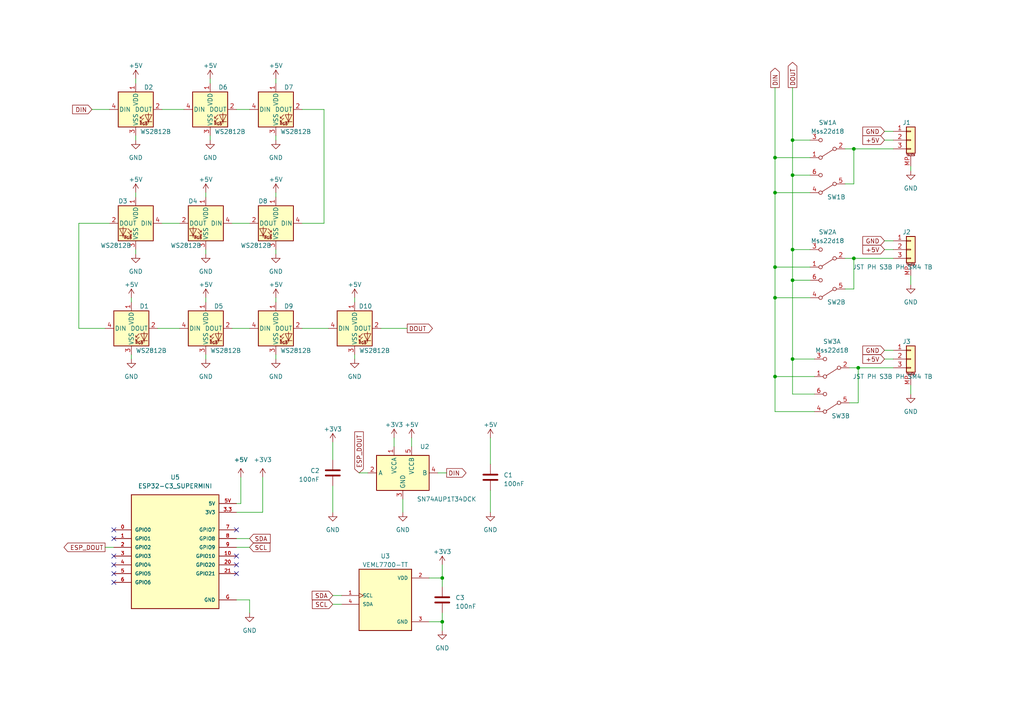
<source format=kicad_sch>
(kicad_sch (version 20230121) (generator eeschema)
  (paper "A4")
  (lib_symbols
    (symbol "Connector_Generic_MountingPin:Conn_01x03_MountingPin" (pin_names (offset 1.016) hide)
      (property "Reference" "J" (at 0 5.08 0))
      (property "Value" "Conn_01x03_MountingPin" (at 1.27 -5.08 0))
      (symbol "Conn_01x03_MountingPin_1_1"
        (rectangle (start -1.27 -2.413) (end 0 -2.667) (stroke (width 0.1524)))
        (rectangle (start -1.27 0.127) (end 0 -0.127) (stroke (width 0.1524)))
        (rectangle (start -1.27 2.667) (end 0 2.413) (stroke (width 0.1524)))
        (rectangle (start -1.27 3.81) (end 1.27 -3.81) (stroke (width 0.254)) (fill (type background)))
        (polyline (pts (xy -1.016 -4.572) (xy 1.016 -4.572)) (stroke (width 0.1524)))
        (text "Mounting" (at 0 -4.191 0) (effects (font (size 0.381 0.381))))
        (pin passive line (at -5.08 2.54 0) (length 3.81) (name "Pin_1") (number "1"))
        (pin passive line (at -5.08 0 0) (length 3.81) (name "Pin_2") (number "2"))
        (pin passive line (at -5.08 -2.54 0) (length 3.81) (name "Pin_3") (number "3"))
        (pin passive line (at 0 -7.62 90) (length 3.048) (name "MountPin") (number "MP"))
      )
    )
    (symbol "Device:C" (pin_numbers hide) (pin_names (offset 0.254))
      (property "Reference" "C" (at 0.635 2.54 0))
      (property "Value" "C" (at 0.635 -2.54 0))
      (symbol "C_0_1"
        (polyline (pts (xy -2.032 -0.762) (xy 2.032 -0.762)) (stroke (width 0.508)))
        (polyline (pts (xy -2.032 0.762) (xy 2.032 0.762)) (stroke (width 0.508)))
      )
      (symbol "C_1_1"
        (pin passive line (at 0 3.81 270) (length 2.794) (name "~") (number "1"))
        (pin passive line (at 0 -3.81 90) (length 2.794) (name "~") (number "2"))
      )
    )
    (symbol "ESP32-C3_SUPERMINI:ESP32-C3_SUPERMINI" (pin_names (offset 1.016))
      (property "Reference" "U" (at -12.7 16.002 0))
      (property "Value" "ESP32-C3_SUPERMINI" (at -12.7 -20.32 0))
      (symbol "ESP32-C3_SUPERMINI_0_0"
        (rectangle (start -12.7 -17.78) (end 12.7 15.24) (stroke (width 0.254)) (fill (type background)))
        (pin bidirectional line (at -17.78 5.08 0) (length 5.08) (name "GPIO0") (number "0"))
        (pin bidirectional line (at -17.78 2.54 0) (length 5.08) (name "GPIO1") (number "1"))
        (pin bidirectional line (at 17.78 -2.54 180) (length 5.08) (name "GPIO10") (number "10"))
        (pin bidirectional line (at -17.78 0 0) (length 5.08) (name "GPIO2") (number "2"))
        (pin bidirectional line (at 17.78 -5.08 180) (length 5.08) (name "GPIO20") (number "20"))
        (pin bidirectional line (at 17.78 -7.62 180) (length 5.08) (name "GPIO21") (number "21"))
        (pin bidirectional line (at -17.78 -2.54 0) (length 5.08) (name "GPIO3") (number "3"))
        (pin power_in line (at 17.78 10.16 180) (length 5.08) (name "3V3") (number "3.3"))
        (pin bidirectional line (at -17.78 -5.08 0) (length 5.08) (name "GPIO4") (number "4"))
        (pin bidirectional line (at -17.78 -7.62 0) (length 5.08) (name "GPIO5") (number "5"))
        (pin power_in line (at 17.78 12.7 180) (length 5.08) (name "5V") (number "5V"))
        (pin bidirectional line (at -17.78 -10.16 0) (length 5.08) (name "GPIO6") (number "6"))
        (pin bidirectional line (at 17.78 5.08 180) (length 5.08) (name "GPIO7") (number "7"))
        (pin bidirectional line (at 17.78 2.54 180) (length 5.08) (name "GPIO8") (number "8"))
        (pin bidirectional line (at 17.78 0 180) (length 5.08) (name "GPIO9") (number "9"))
        (pin power_in line (at 17.78 -15.24 180) (length 5.08) (name "GND") (number "G"))
      )
    )
    (symbol "LED:WS2812B" (pin_names (offset 0.254))
      (property "Reference" "D" (at 5.08 5.715 0))
      (property "Value" "WS2812B" (at 1.27 -5.715 0))
      (symbol "WS2812B_0_0"
        (text "RGB" (at 2.286 -4.191 0) (effects (font (size 0.762 0.762))))
      )
      (symbol "WS2812B_0_1"
        (polyline (pts (xy 1.27 -3.556) (xy 1.778 -3.556)))
        (polyline (pts (xy 1.27 -2.54) (xy 1.778 -2.54)))
        (polyline (pts (xy 4.699 -3.556) (xy 2.667 -3.556)))
        (polyline (pts (xy 2.286 -2.54) (xy 1.27 -3.556) (xy 1.27 -3.048)))
        (polyline (pts (xy 2.286 -1.524) (xy 1.27 -2.54) (xy 1.27 -2.032)))
        (polyline (pts (xy 3.683 -1.016) (xy 3.683 -3.556) (xy 3.683 -4.064)))
        (polyline (pts (xy 4.699 -1.524) (xy 2.667 -1.524) (xy 3.683 -3.556) (xy 4.699 -1.524)))
        (rectangle (start 5.08 5.08) (end -5.08 -5.08) (stroke (width 0.254)) (fill (type background)))
      )
      (symbol "WS2812B_1_1"
        (pin power_in line (at 0 7.62 270) (length 2.54) (name "VDD") (number "1"))
        (pin output line (at 7.62 0 180) (length 2.54) (name "DOUT") (number "2"))
        (pin power_in line (at 0 -7.62 90) (length 2.54) (name "VSS") (number "3"))
        (pin input line (at -7.62 0 0) (length 2.54) (name "DIN") (number "4"))
      )
    )
    (symbol "Logic_LevelTranslator:SN74AUP1T34DCK"
      (property "Reference" "U" (at -6.35 6.35 0))
      (property "Value" "SN74AUP1T34DCK" (at 11.43 6.35 0))
      (symbol "SN74AUP1T34DCK_0_1"
        (rectangle (start -7.62 -5.08) (end 7.62 5.08) (stroke (width 0.254)) (fill (type background)))
        (pin power_in line (at -2.54 7.62 270) (length 2.54) (name "VCCA") (number "1"))
        (pin input line (at -10.16 0 0) (length 2.54) (name "A") (number "2"))
        (pin power_in line (at 0 -7.62 90) (length 2.54) (name "GND") (number "3"))
        (pin output line (at 10.16 0 180) (length 2.54) (name "B") (number "4"))
        (pin power_in line (at 2.54 7.62 270) (length 2.54) (name "VCCB") (number "5"))
      )
    )
    (symbol "Switch:SW_DPDT_x2" (pin_names (offset 0) hide)
      (property "Reference" "SW" (at 0 4.318 0))
      (property "Value" "SW_DPDT_x2" (at 0 -5.08 0))
      (symbol "SW_DPDT_x2_0_0"
        (circle (center -2.032 0) (radius 0.508))
        (circle (center 2.032 -2.54) (radius 0.508))
      )
      (symbol "SW_DPDT_x2_0_1"
        (polyline (pts (xy -1.524 0.254) (xy 1.651 2.286)))
        (circle (center 2.032 2.54) (radius 0.508))
      )
      (symbol "SW_DPDT_x2_1_1"
        (pin passive line (at 5.08 2.54 180) (length 2.54) (name "A") (number "1"))
        (pin passive line (at -5.08 0 0) (length 2.54) (name "B") (number "2"))
        (pin passive line (at 5.08 -2.54 180) (length 2.54) (name "C") (number "3"))
      )
      (symbol "SW_DPDT_x2_2_1"
        (pin passive line (at 5.08 2.54 180) (length 2.54) (name "A") (number "4"))
        (pin passive line (at -5.08 0 0) (length 2.54) (name "B") (number "5"))
        (pin passive line (at 5.08 -2.54 180) (length 2.54) (name "C") (number "6"))
      )
    )
    (symbol "VEML:VEML7700-TT" (pin_names (offset 1.016))
      (property "Reference" "U" (at -7.62 10.795 0))
      (property "Value" "VEML7700-TT" (at -7.62 -10.16 0))
      (symbol "VEML7700-TT_0_0"
        (rectangle (start -7.62 -7.62) (end 7.62 10.16) (stroke (width 0.254)) (fill (type background)))
        (pin input clock (at -12.7 2.54 0) (length 5.08) (name "SCL") (number "1"))
        (pin power_in line (at 12.7 7.62 180) (length 5.08) (name "VDD") (number "2"))
        (pin power_in line (at 12.7 -5.08 180) (length 5.08) (name "GND") (number "3"))
        (pin bidirectional line (at -12.7 0 0) (length 5.08) (name "SDA") (number "4"))
      )
    )
    (symbol "power:+3V3" (power) (pin_names (offset 0))
      (property "Value" "+3V3" (at 0 3.556 0))
      (symbol "+3V3_0_1"
        (polyline (pts (xy -0.762 1.27) (xy 0 2.54)))
        (polyline (pts (xy 0 0) (xy 0 2.54)))
        (polyline (pts (xy 0 2.54) (xy 0.762 1.27)))
      )
      (symbol "+3V3_1_1"
        (pin power_in line (at 0 0 90) (length 0) hide (name "+3V3") (number "1"))
      )
    )
    (symbol "power:+5V" (power) (pin_names (offset 0))
      (property "Value" "+5V" (at 0 3.556 0))
      (symbol "+5V_0_1"
        (polyline (pts (xy -0.762 1.27) (xy 0 2.54)))
        (polyline (pts (xy 0 0) (xy 0 2.54)))
        (polyline (pts (xy 0 2.54) (xy 0.762 1.27)))
      )
      (symbol "+5V_1_1"
        (pin power_in line (at 0 0 90) (length 0) hide (name "+5V") (number "1"))
      )
    )
    (symbol "power:GND" (power) (pin_names (offset 0))
      (property "Value" "GND" (at 0 -3.81 0))
      (symbol "GND_0_1"
        (polyline (pts (xy 0 0) (xy 0 -1.27) (xy 1.27 -1.27) (xy 0 -2.54) (xy -1.27 -1.27) (xy 0 -1.27)))
      )
      (symbol "GND_1_1"
        (pin power_in line (at 0 0 270) (length 0) hide (name "GND") (number "1"))
      )
    )
  )
  (junction (at 128.27 167.64))
  (junction (at 224.79 77.47))
  (junction (at 247.65 43.18))
  (junction (at 229.87 72.39))
  (junction (at 224.79 55.88))
  (junction (at 229.87 50.8))
  (junction (at 247.65 74.93))
  (junction (at 224.79 86.36))
  (junction (at 248.92 106.68))
  (junction (at 229.87 40.64))
  (junction (at 128.27 180.34))
  (junction (at 229.87 81.28))
  (junction (at 224.79 109.22))
  (junction (at 224.79 45.72))
  (junction (at 229.87 104.14))
  (no_connect (at 68.58 153.67))
  (no_connect (at 33.02 168.91))
  (no_connect (at 68.58 166.37))
  (no_connect (at 68.58 163.83))
  (no_connect (at 33.02 153.67))
  (no_connect (at 68.58 161.29))
  (no_connect (at 33.02 163.83))
  (no_connect (at 33.02 166.37))
  (no_connect (at 33.02 161.29))
  (no_connect (at 33.02 156.21))
  (wire (pts (xy 236.22 114.3) (xy 229.87 114.3)))
  (wire (pts (xy 96.52 175.26) (xy 99.06 175.26)))
  (wire (pts (xy 247.65 53.34) (xy 247.65 43.18)))
  (wire (pts (xy 229.87 40.64) (xy 234.95 40.64)))
  (wire (pts (xy 245.11 83.82) (xy 247.65 83.82)))
  (wire (pts (xy 80.01 102.87) (xy 80.01 104.14)))
  (wire (pts (xy 229.87 114.3) (xy 229.87 104.14)))
  (wire (pts (xy 114.3 127) (xy 114.3 129.54)))
  (wire (pts (xy 236.22 119.38) (xy 224.79 119.38)))
  (wire (pts (xy 93.98 31.75) (xy 93.98 64.77)))
  (wire (pts (xy 247.65 43.18) (xy 259.08 43.18)))
  (wire (pts (xy 96.52 128.27) (xy 96.52 133.35)))
  (wire (pts (xy 60.96 39.37) (xy 60.96 40.64)))
  (wire (pts (xy 60.96 22.86) (xy 60.96 24.13)))
  (wire (pts (xy 224.79 45.72) (xy 224.79 55.88)))
  (wire (pts (xy 224.79 86.36) (xy 234.95 86.36)))
  (wire (pts (xy 256.54 40.64) (xy 259.08 40.64)))
  (wire (pts (xy 256.54 38.1) (xy 259.08 38.1)))
  (wire (pts (xy 264.16 48.26) (xy 264.16 49.53)))
  (wire (pts (xy 46.99 64.77) (xy 52.07 64.77)))
  (wire (pts (xy 128.27 163.83) (xy 128.27 167.64)))
  (wire (pts (xy 229.87 25.4) (xy 229.87 40.64)))
  (wire (pts (xy 80.01 86.36) (xy 80.01 87.63)))
  (wire (pts (xy 68.58 156.21) (xy 72.39 156.21)))
  (wire (pts (xy 59.69 102.87) (xy 59.69 104.14)))
  (wire (pts (xy 224.79 55.88) (xy 234.95 55.88)))
  (wire (pts (xy 67.31 64.77) (xy 72.39 64.77)))
  (wire (pts (xy 31.75 64.77) (xy 22.86 64.77)))
  (wire (pts (xy 256.54 104.14) (xy 259.08 104.14)))
  (wire (pts (xy 80.01 55.88) (xy 80.01 57.15)))
  (wire (pts (xy 224.79 25.4) (xy 224.79 45.72)))
  (wire (pts (xy 38.1 102.87) (xy 38.1 104.14)))
  (wire (pts (xy 39.37 72.39) (xy 39.37 73.66)))
  (wire (pts (xy 128.27 167.64) (xy 124.46 167.64)))
  (wire (pts (xy 68.58 158.75) (xy 72.39 158.75)))
  (wire (pts (xy 247.65 83.82) (xy 247.65 74.93)))
  (wire (pts (xy 119.38 127) (xy 119.38 129.54)))
  (wire (pts (xy 248.92 116.84) (xy 248.92 106.68)))
  (wire (pts (xy 39.37 39.37) (xy 39.37 40.64)))
  (wire (pts (xy 229.87 50.8) (xy 229.87 72.39)))
  (wire (pts (xy 229.87 50.8) (xy 229.87 40.64)))
  (wire (pts (xy 128.27 177.8) (xy 128.27 180.34)))
  (wire (pts (xy 46.99 31.75) (xy 53.34 31.75)))
  (wire (pts (xy 26.67 31.75) (xy 31.75 31.75)))
  (wire (pts (xy 229.87 104.14) (xy 229.87 81.28)))
  (wire (pts (xy 224.79 45.72) (xy 234.95 45.72)))
  (wire (pts (xy 128.27 167.64) (xy 128.27 170.18)))
  (wire (pts (xy 38.1 86.36) (xy 38.1 87.63)))
  (wire (pts (xy 142.24 127) (xy 142.24 134.62)))
  (wire (pts (xy 72.39 177.8) (xy 72.39 173.99)))
  (wire (pts (xy 39.37 55.88) (xy 39.37 57.15)))
  (wire (pts (xy 224.79 55.88) (xy 224.79 77.47)))
  (wire (pts (xy 87.63 95.25) (xy 95.25 95.25)))
  (wire (pts (xy 59.69 55.88) (xy 59.69 57.15)))
  (wire (pts (xy 22.86 95.25) (xy 30.48 95.25)))
  (wire (pts (xy 264.16 80.01) (xy 264.16 82.55)))
  (wire (pts (xy 224.79 86.36) (xy 224.79 109.22)))
  (wire (pts (xy 224.79 119.38) (xy 224.79 109.22)))
  (wire (pts (xy 246.38 116.84) (xy 248.92 116.84)))
  (wire (pts (xy 229.87 50.8) (xy 234.95 50.8)))
  (wire (pts (xy 245.11 43.18) (xy 247.65 43.18)))
  (wire (pts (xy 229.87 72.39) (xy 234.95 72.39)))
  (wire (pts (xy 30.48 158.75) (xy 33.02 158.75)))
  (wire (pts (xy 67.31 95.25) (xy 72.39 95.25)))
  (wire (pts (xy 116.84 144.78) (xy 116.84 148.59)))
  (wire (pts (xy 110.49 95.25) (xy 118.11 95.25)))
  (wire (pts (xy 224.79 77.47) (xy 224.79 86.36)))
  (wire (pts (xy 256.54 72.39) (xy 259.08 72.39)))
  (wire (pts (xy 256.54 101.6) (xy 259.08 101.6)))
  (wire (pts (xy 247.65 74.93) (xy 259.08 74.93)))
  (wire (pts (xy 229.87 81.28) (xy 229.87 72.39)))
  (wire (pts (xy 80.01 72.39) (xy 80.01 73.66)))
  (wire (pts (xy 224.79 109.22) (xy 236.22 109.22)))
  (wire (pts (xy 72.39 173.99) (xy 68.58 173.99)))
  (wire (pts (xy 68.58 148.59) (xy 76.2 148.59)))
  (wire (pts (xy 68.58 31.75) (xy 72.39 31.75)))
  (wire (pts (xy 69.85 138.43) (xy 69.85 146.05)))
  (wire (pts (xy 96.52 172.72) (xy 99.06 172.72)))
  (wire (pts (xy 93.98 64.77) (xy 87.63 64.77)))
  (wire (pts (xy 256.54 69.85) (xy 259.08 69.85)))
  (wire (pts (xy 246.38 106.68) (xy 248.92 106.68)))
  (wire (pts (xy 224.79 77.47) (xy 234.95 77.47)))
  (wire (pts (xy 264.16 111.76) (xy 264.16 114.3)))
  (wire (pts (xy 104.14 137.16) (xy 106.68 137.16)))
  (wire (pts (xy 76.2 138.43) (xy 76.2 148.59)))
  (wire (pts (xy 127 137.16) (xy 129.54 137.16)))
  (wire (pts (xy 102.87 102.87) (xy 102.87 104.14)))
  (wire (pts (xy 80.01 22.86) (xy 80.01 24.13)))
  (wire (pts (xy 142.24 142.24) (xy 142.24 148.59)))
  (wire (pts (xy 245.11 53.34) (xy 247.65 53.34)))
  (wire (pts (xy 59.69 86.36) (xy 59.69 87.63)))
  (wire (pts (xy 80.01 39.37) (xy 80.01 40.64)))
  (wire (pts (xy 128.27 180.34) (xy 128.27 182.88)))
  (wire (pts (xy 22.86 64.77) (xy 22.86 95.25)))
  (wire (pts (xy 45.72 95.25) (xy 52.07 95.25)))
  (wire (pts (xy 229.87 81.28) (xy 234.95 81.28)))
  (wire (pts (xy 69.85 146.05) (xy 68.58 146.05)))
  (wire (pts (xy 245.11 74.93) (xy 247.65 74.93)))
  (wire (pts (xy 96.52 140.97) (xy 96.52 148.59)))
  (wire (pts (xy 236.22 104.14) (xy 229.87 104.14)))
  (wire (pts (xy 39.37 22.86) (xy 39.37 24.13)))
  (wire (pts (xy 124.46 180.34) (xy 128.27 180.34)))
  (wire (pts (xy 87.63 31.75) (xy 93.98 31.75)))
  (wire (pts (xy 59.69 72.39) (xy 59.69 73.66)))
  (wire (pts (xy 248.92 106.68) (xy 259.08 106.68)))
  (wire (pts (xy 102.87 86.36) (xy 102.87 87.63)))
  (global_label "+5V" (shape input) (at 256.54 72.39 180) (property "Intersheetrefs" "${INTERSHEET_REFS}" (effects hide)))
  (global_label "DIN" (shape output) (at 224.79 25.4 90) (property "Intersheetrefs" "${INTERSHEET_REFS}" (effects hide)))
  (global_label "DOUT" (shape output) (at 118.11 95.25 0) (property "Intersheetrefs" "${INTERSHEET_REFS}" (effects hide)))
  (global_label "+5V" (shape input) (at 256.54 104.14 180) (property "Intersheetrefs" "${INTERSHEET_REFS}" (effects hide)))
  (global_label "DOUT" (shape output) (at 229.87 25.4 90) (property "Intersheetrefs" "${INTERSHEET_REFS}" (effects hide)))
  (global_label "SCL" (shape input) (at 96.52 175.26 180) (property "Intersheetrefs" "${INTERSHEET_REFS}" (effects hide)))
  (global_label "SDA" (shape input) (at 72.39 156.21 0) (property "Intersheetrefs" "${INTERSHEET_REFS}" (effects hide)))
  (global_label "GND" (shape input) (at 256.54 38.1 180) (property "Intersheetrefs" "${INTERSHEET_REFS}" (effects hide)))
  (global_label "DIN" (shape output) (at 129.54 137.16 0) (property "Intersheetrefs" "${INTERSHEET_REFS}" (effects hide)))
  (global_label "SDA" (shape input) (at 96.52 172.72 180) (property "Intersheetrefs" "${INTERSHEET_REFS}" (effects hide)))
  (global_label "ESP_DOUT" (shape input) (at 104.14 137.16 90) (property "Intersheetrefs" "${INTERSHEET_REFS}" (effects hide)))
  (global_label "SCL" (shape input) (at 72.39 158.75 0) (property "Intersheetrefs" "${INTERSHEET_REFS}" (effects hide)))
  (global_label "GND" (shape input) (at 256.54 69.85 180) (property "Intersheetrefs" "${INTERSHEET_REFS}" (effects hide)))
  (global_label "GND" (shape input) (at 256.54 101.6 180) (property "Intersheetrefs" "${INTERSHEET_REFS}" (effects hide)))
  (global_label "DIN" (shape input) (at 26.67 31.75 180) (property "Intersheetrefs" "${INTERSHEET_REFS}" (effects hide)))
  (global_label "+5V" (shape input) (at 256.54 40.64 180) (property "Intersheetrefs" "${INTERSHEET_REFS}" (effects hide)))
  (global_label "ESP_DOUT" (shape output) (at 30.48 158.75 180) (property "Intersheetrefs" "${INTERSHEET_REFS}" (effects hide)))
  (symbol (lib_id "power:GND") (at 72.39 177.8 0) (unit 1)
    (property "Reference" "#PWR015" (effects hide))
    (property "Value" "GND" (at 72.39 182.88 0))
  )
  (symbol (lib_id "LED:WS2812B") (at 39.37 64.77 0) (mirror y) (unit 1)
    (property "Reference" "D3" (at 34.29 59.055 0) (effects (justify right bottom)))
    (property "Value" "WS2812B" (at 38.1 70.485 0) (effects (justify left top)))
    (property "Footprint" "LED_SMD:LED_WS2812B_PLCC4_5.0x5.0mm_P3.2mm" (effects hide))
    (property "Datasheet" "https://cdn-shop.adafruit.com/datasheets/WS2812B.pdf" (effects hide))
  )
  (symbol (lib_id "power:GND") (at 264.16 114.3 0) (unit 1)
    (property "Reference" "#PWR016" (effects hide))
    (property "Value" "GND" (at 264.16 119.38 0))
  )
  (symbol (lib_id "Switch:SW_DPDT_x2") (at 240.03 83.82 180) (unit 2)
    (property "Reference" "SW2" (at 242.57 87.63 0))
    (property "Value" "Mss22d18" (effects hide))
    (property "Footprint" "Button_Switch_SMD:SW_DPDT_CK_JS202011SCQN" (effects hide))
  )
  (symbol (lib_id "power:+5V") (at 39.37 55.88 0) (unit 1)
    (property "Reference" "#PWR07" (effects hide))
    (property "Value" "+5V" (at 39.37 52.07 0))
  )
  (symbol (lib_id "power:+5V") (at 102.87 86.36 0) (unit 1)
    (property "Reference" "#PWR041" (effects hide))
    (property "Value" "+5V" (at 102.87 82.55 0))
  )
  (symbol (lib_id "Device:C") (at 96.52 137.16 0) (mirror y) (unit 1)
    (property "Reference" "C2" (at 92.71 136.525 0) (effects (justify left)))
    (property "Value" "100nF" (at 92.71 139.065 0) (effects (justify left)))
    (property "Footprint" "Capacitor_SMD:C_0603_1608Metric" (effects hide))
  )
  (symbol (lib_id "LED:WS2812B") (at 38.1 95.25 0) (unit 1)
    (property "Reference" "D1" (at 43.18 89.535 0) (effects (justify right bottom)))
    (property "Value" "WS2812B" (at 39.37 100.965 0) (effects (justify left top)))
    (property "Footprint" "LED_SMD:LED_WS2812B_PLCC4_5.0x5.0mm_P3.2mm" (effects hide))
    (property "Datasheet" "https://cdn-shop.adafruit.com/datasheets/WS2812B.pdf" (effects hide))
  )
  (symbol (lib_id "Device:C") (at 128.27 173.99 0) (unit 1)
    (property "Reference" "C3" (at 132.08 173.355 0) (effects (justify left)))
    (property "Value" "100nF" (at 132.08 175.895 0) (effects (justify left)))
    (property "Footprint" "Capacitor_SMD:C_0603_1608Metric" (effects hide))
  )
  (symbol (lib_id "Connector_Generic_MountingPin:Conn_01x03_MountingPin") (at 264.16 104.14 0) (unit 1)
    (property "Reference" "J3" (at 264.16 99.06 0) (effects (justify right)))
    (property "Value" "JST PH S3B PH SM4 TB" (at 270.51 109.22 0) (effects (justify right)))
    (property "Footprint" "Connector_JST:JST_PH_S3B-PH-SM4-TB_1x03-1MP_P2.00mm_Horizontal" (effects hide))
  )
  (symbol (lib_id "power:+3V3") (at 128.27 163.83 0) (unit 1)
    (property "Reference" "#PWR029" (effects hide))
    (property "Value" "+3V3" (at 128.27 160.02 0))
  )
  (symbol (lib_id "power:GND") (at 80.01 104.14 0) (unit 1)
    (property "Reference" "#PWR040" (effects hide))
    (property "Value" "GND" (at 80.01 109.22 0))
  )
  (symbol (lib_id "power:+5V") (at 60.96 22.86 0) (unit 1)
    (property "Reference" "#PWR03" (effects hide))
    (property "Value" "+5V" (at 60.96 19.05 0))
  )
  (symbol (lib_id "power:GND") (at 59.69 73.66 0) (unit 1)
    (property "Reference" "#PWR010" (effects hide))
    (property "Value" "GND" (at 59.69 78.74 0))
  )
  (symbol (lib_id "power:GND") (at 264.16 49.53 0) (unit 1)
    (property "Reference" "#PWR020" (effects hide))
    (property "Value" "GND" (at 264.16 54.61 0))
  )
  (symbol (lib_id "power:+5V") (at 80.01 86.36 0) (unit 1)
    (property "Reference" "#PWR039" (effects hide))
    (property "Value" "+5V" (at 80.01 82.55 0))
  )
  (symbol (lib_id "power:GND") (at 60.96 40.64 0) (unit 1)
    (property "Reference" "#PWR04" (effects hide))
    (property "Value" "GND" (at 60.96 45.72 0))
  )
  (symbol (lib_id "LED:WS2812B") (at 59.69 64.77 0) (mirror y) (unit 1)
    (property "Reference" "D4" (at 54.61 59.055 0) (effects (justify right bottom)))
    (property "Value" "WS2812B" (at 58.42 70.485 0) (effects (justify left top)))
    (property "Footprint" "LED_SMD:LED_WS2812B_PLCC4_5.0x5.0mm_P3.2mm" (effects hide))
    (property "Datasheet" "https://cdn-shop.adafruit.com/datasheets/WS2812B.pdf" (effects hide))
  )
  (symbol (lib_id "Connector_Generic_MountingPin:Conn_01x03_MountingPin") (at 264.16 40.64 0) (unit 1)
    (property "Reference" "J1" (at 264.16 35.56 0) (effects (justify right)))
    (property "Value" "JST PH S3B PH SM4 TB" (effects hide))
    (property "Footprint" "Connector_JST:JST_PH_S3B-PH-SM4-TB_1x03-1MP_P2.00mm_Horizontal" (effects hide))
  )
  (symbol (lib_id "Switch:SW_DPDT_x2") (at 240.03 74.93 180) (unit 1)
    (property "Reference" "SW2" (at 240.03 67.31 0))
    (property "Value" "Mss22d18" (at 240.03 69.85 0))
    (property "Footprint" "Button_Switch_SMD:SW_DPDT_CK_JS202011SCQN" (effects hide))
  )
  (symbol (lib_id "LED:WS2812B") (at 80.01 95.25 0) (unit 1)
    (property "Reference" "D9" (at 85.09 89.535 0) (effects (justify right bottom)))
    (property "Value" "WS2812B" (at 81.28 100.965 0) (effects (justify left top)))
    (property "Footprint" "LED_SMD:LED_WS2812B_PLCC4_5.0x5.0mm_P3.2mm" (effects hide))
    (property "Datasheet" "https://cdn-shop.adafruit.com/datasheets/WS2812B.pdf" (effects hide))
  )
  (symbol (lib_id "power:GND") (at 102.87 104.14 0) (unit 1)
    (property "Reference" "#PWR042" (effects hide))
    (property "Value" "GND" (at 102.87 109.22 0))
  )
  (symbol (lib_id "power:GND") (at 142.24 148.59 0) (unit 1)
    (property "Reference" "#PWR025" (effects hide))
    (property "Value" "GND" (at 142.24 153.67 0))
  )
  (symbol (lib_id "power:+3V3") (at 76.2 138.43 0) (unit 1)
    (property "Reference" "#PWR014" (effects hide))
    (property "Value" "+3V3" (at 76.2 133.35 0))
  )
  (symbol (lib_id "power:+5V") (at 59.69 55.88 0) (unit 1)
    (property "Reference" "#PWR09" (effects hide))
    (property "Value" "+5V" (at 59.69 52.07 0))
  )
  (symbol (lib_id "power:GND") (at 38.1 104.14 0) (unit 1)
    (property "Reference" "#PWR017" (effects hide))
    (property "Value" "GND" (at 38.1 109.22 0))
  )
  (symbol (lib_id "ESP32-C3_SUPERMINI:ESP32-C3_SUPERMINI") (at 50.8 158.75 0) (unit 1)
    (property "Reference" "U5" (at 50.8 138.43 0))
    (property "Value" "ESP32-C3_SUPERMINI" (at 50.8 140.97 0))
    (property "Footprint" "Espressif:MODULE_ESP32-C3_SUPERMINI_1" (effects hide))
    (property "MF" "Espressif Systems" (effects hide))
    (property "MAXIMUM_PACKAGE_HEIGHT" "4.2mm" (effects hide))
    (property "Package" "Package" (effects hide))
    (property "Price" "None" (effects hide))
    (property "Check_prices" "https://www.snapeda.com/parts/ESP32-C3%20SuperMini/Espressif+Systems/view-part/?ref=eda" (effects hide))
    (property "STANDARD" "Manufacturer Recommendations" (effects hide))
    (property "SnapEDA_Link" "https://www.snapeda.com/parts/ESP32-C3%20SuperMini/Espressif+Systems/view-part/?ref=snap" (effects hide))
    (property "MP" "ESP32-C3 SuperMini" (effects hide))
    (property "Description" "\nSuper tiny ESP32-C3 board\n" (effects hide))
    (property "Availability" "Not in stock" (effects hide))
    (property "MANUFACTURER" "Espressif" (effects hide))
  )
  (symbol (lib_id "VEML:VEML7700-TT") (at 111.76 175.26 0) (unit 1)
    (property "Reference" "U3" (at 111.76 161.29 0))
    (property "Value" "VEML7700-TT" (at 111.76 163.83 0))
    (property "Footprint" "Sensor:XDCR_VEML7700-TT" (effects hide))
    (property "MF" "Vishay Semiconductor" (effects hide))
    (property "MAXIMUM_PACKAGE_HEIGHT" "2.35 mm" (effects hide))
    (property "Package" "SMD-4 Vishay Semiconductor" (effects hide))
    (property "Price" "None" (effects hide))
    (property "Check_prices" "https://www.snapeda.com/parts/VEML7700-TT/Vishay+Semiconductor+Opto+Division/view-part/?ref=eda" (effects hide))
    (property "STANDARD" "Manufacturer Recommendations" (effects hide))
    (property "PARTREV" "1.6" (effects hide))
    (property "SnapEDA_Link" "https://www.snapeda.com/parts/VEML7700-TT/Vishay+Semiconductor+Opto+Division/view-part/?ref=snap" (effects hide))
    (property "MP" "VEML7700-TT" (effects hide))
    (property "Purchase-URL" "https://www.snapeda.com/api/url_track_click_mouser/?unipart_id=534245&manufacturer=Vishay Semiconductor&part_name=VEML7700-TT&search_term=None" (effects hide))
    (property "Description" "\nOptical Sensor Ambient - I²C 4-SMD, J-Lead\n" (effects hide))
    (property "MANUFACTURER" "Vishay" (effects hide))
    (property "Availability" "In Stock" (effects hide))
    (property "SNAPEDA_PN" "VEML7700-TT" (effects hide))
  )
  (symbol (lib_id "power:GND") (at 39.37 40.64 0) (unit 1)
    (property "Reference" "#PWR02" (effects hide))
    (property "Value" "GND" (at 39.37 45.72 0))
  )
  (symbol (lib_id "LED:WS2812B") (at 39.37 31.75 0) (unit 1)
    (property "Reference" "D2" (at 44.45 26.035 0) (effects (justify right bottom)))
    (property "Value" "WS2812B" (at 40.64 37.465 0) (effects (justify left top)))
    (property "Footprint" "LED_SMD:LED_WS2812B_PLCC4_5.0x5.0mm_P3.2mm" (effects hide))
    (property "Datasheet" "https://cdn-shop.adafruit.com/datasheets/WS2812B.pdf" (effects hide))
  )
  (symbol (lib_id "power:+5V") (at 69.85 138.43 0) (unit 1)
    (property "Reference" "#PWR013" (effects hide))
    (property "Value" "+5V" (at 69.85 133.35 0))
  )
  (symbol (lib_id "power:GND") (at 116.84 148.59 0) (unit 1)
    (property "Reference" "#PWR024" (effects hide))
    (property "Value" "GND" (at 116.84 153.67 0))
  )
  (symbol (lib_id "Logic_LevelTranslator:SN74AUP1T34DCK") (at 116.84 137.16 0) (unit 1)
    (property "Reference" "U2" (at 123.19 129.54 0))
    (property "Value" "SN74AUP1T34DCK" (at 129.54 144.78 0))
    (property "Footprint" "Package_TO_SOT_SMD:SOT-353_SC-70-5" (effects hide))
    (property "Datasheet" "http://www.ti.com/lit/ds/symlink/sn74aup1t34.pdf" (effects hide))
  )
  (symbol (lib_id "power:+5V") (at 119.38 127 0) (unit 1)
    (property "Reference" "#PWR022" (effects hide))
    (property "Value" "+5V" (at 119.38 123.19 0))
  )
  (symbol (lib_id "Switch:SW_DPDT_x2") (at 240.03 53.34 180) (unit 2)
    (property "Reference" "SW1" (at 242.57 57.15 0))
    (property "Value" "Mss22d18" (effects hide))
    (property "Footprint" "Button_Switch_SMD:SW_DPDT_CK_JS202011SCQN" (effects hide))
  )
  (symbol (lib_id "LED:WS2812B") (at 59.69 95.25 0) (unit 1)
    (property "Reference" "D5" (at 64.77 89.535 0) (effects (justify right bottom)))
    (property "Value" "WS2812B" (at 60.96 100.965 0) (effects (justify left top)))
    (property "Footprint" "LED_SMD:LED_WS2812B_PLCC4_5.0x5.0mm_P3.2mm" (effects hide))
    (property "Datasheet" "https://cdn-shop.adafruit.com/datasheets/WS2812B.pdf" (effects hide))
  )
  (symbol (lib_id "Switch:SW_DPDT_x2") (at 240.03 43.18 180) (unit 1)
    (property "Reference" "SW1" (at 240.03 35.56 0))
    (property "Value" "Mss22d18" (at 240.03 38.1 0))
    (property "Footprint" "Button_Switch_SMD:SW_DPDT_CK_JS202011SCQN" (effects hide))
  )
  (symbol (lib_id "Connector_Generic_MountingPin:Conn_01x03_MountingPin") (at 264.16 72.39 0) (unit 1)
    (property "Reference" "J2" (at 264.16 67.31 0) (effects (justify right)))
    (property "Value" "JST PH S3B PH SM4 TB" (at 270.51 77.47 0) (effects (justify right)))
    (property "Footprint" "Connector_JST:JST_PH_S3B-PH-SM4-TB_1x03-1MP_P2.00mm_Horizontal" (effects hide))
  )
  (symbol (lib_id "power:+5V") (at 38.1 86.36 0) (unit 1)
    (property "Reference" "#PWR018" (effects hide))
    (property "Value" "+5V" (at 38.1 82.55 0))
  )
  (symbol (lib_id "power:+3V3") (at 114.3 127 0) (unit 1)
    (property "Reference" "#PWR023" (effects hide))
    (property "Value" "+3V3" (at 114.3 123.19 0))
  )
  (symbol (lib_id "power:GND") (at 80.01 73.66 0) (unit 1)
    (property "Reference" "#PWR012" (effects hide))
    (property "Value" "GND" (at 80.01 78.74 0))
  )
  (symbol (lib_id "power:GND") (at 264.16 82.55 0) (unit 1)
    (property "Reference" "#PWR019" (effects hide))
    (property "Value" "GND" (at 264.16 87.63 0))
  )
  (symbol (lib_id "LED:WS2812B") (at 102.87 95.25 0) (unit 1)
    (property "Reference" "D10" (at 107.95 89.535 0) (effects (justify right bottom)))
    (property "Value" "WS2812B" (at 104.14 100.965 0) (effects (justify left top)))
    (property "Footprint" "LED_SMD:LED_WS2812B_PLCC4_5.0x5.0mm_P3.2mm" (effects hide))
    (property "Datasheet" "https://cdn-shop.adafruit.com/datasheets/WS2812B.pdf" (effects hide))
  )
  (symbol (lib_id "power:+5V") (at 80.01 55.88 0) (unit 1)
    (property "Reference" "#PWR011" (effects hide))
    (property "Value" "+5V" (at 80.01 52.07 0))
  )
  (symbol (lib_id "power:+3V3") (at 96.52 128.27 0) (unit 1)
    (property "Reference" "#PWR027" (effects hide))
    (property "Value" "+3V3" (at 96.52 124.46 0))
  )
  (symbol (lib_id "power:GND") (at 128.27 182.88 0) (unit 1)
    (property "Reference" "#PWR030" (effects hide))
    (property "Value" "GND" (at 128.27 187.96 0))
  )
  (symbol (lib_id "power:GND") (at 80.01 40.64 0) (unit 1)
    (property "Reference" "#PWR06" (effects hide))
    (property "Value" "GND" (at 80.01 45.72 0))
  )
  (symbol (lib_id "Device:C") (at 142.24 138.43 0) (unit 1)
    (property "Reference" "C1" (at 146.05 137.795 0) (effects (justify left)))
    (property "Value" "100nF" (at 146.05 140.335 0) (effects (justify left)))
    (property "Footprint" "Capacitor_SMD:C_0603_1608Metric" (effects hide))
  )
  (symbol (lib_id "power:+5V") (at 59.69 86.36 0) (unit 1)
    (property "Reference" "#PWR037" (effects hide))
    (property "Value" "+5V" (at 59.69 82.55 0))
  )
  (symbol (lib_id "LED:WS2812B") (at 60.96 31.75 0) (unit 1)
    (property "Reference" "D6" (at 66.04 26.035 0) (effects (justify right bottom)))
    (property "Value" "WS2812B" (at 62.23 37.465 0) (effects (justify left top)))
    (property "Footprint" "LED_SMD:LED_WS2812B_PLCC4_5.0x5.0mm_P3.2mm" (effects hide))
    (property "Datasheet" "https://cdn-shop.adafruit.com/datasheets/WS2812B.pdf" (effects hide))
  )
  (symbol (lib_id "power:+5V") (at 142.24 127 0) (unit 1)
    (property "Reference" "#PWR026" (effects hide))
    (property "Value" "+5V" (at 142.24 123.19 0))
  )
  (symbol (lib_id "power:GND") (at 39.37 73.66 0) (unit 1)
    (property "Reference" "#PWR08" (effects hide))
    (property "Value" "GND" (at 39.37 78.74 0))
  )
  (symbol (lib_id "LED:WS2812B") (at 80.01 31.75 0) (unit 1)
    (property "Reference" "D7" (at 85.09 26.035 0) (effects (justify right bottom)))
    (property "Value" "WS2812B" (at 81.28 37.465 0) (effects (justify left top)))
    (property "Footprint" "LED_SMD:LED_WS2812B_PLCC4_5.0x5.0mm_P3.2mm" (effects hide))
    (property "Datasheet" "https://cdn-shop.adafruit.com/datasheets/WS2812B.pdf" (effects hide))
  )
  (symbol (lib_id "power:GND") (at 96.52 148.59 0) (unit 1)
    (property "Reference" "#PWR028" (effects hide))
    (property "Value" "GND" (at 96.52 153.67 0))
  )
  (symbol (lib_id "Switch:SW_DPDT_x2") (at 241.3 116.84 180) (unit 2)
    (property "Reference" "SW3" (at 243.84 120.65 0))
    (property "Value" "Mss22d18" (effects hide))
    (property "Footprint" "Button_Switch_SMD:SW_DPDT_CK_JS202011SCQN" (effects hide))
  )
  (symbol (lib_id "power:+5V") (at 80.01 22.86 0) (unit 1)
    (property "Reference" "#PWR05" (effects hide))
    (property "Value" "+5V" (at 80.01 19.05 0))
  )
  (symbol (lib_id "power:GND") (at 59.69 104.14 0) (unit 1)
    (property "Reference" "#PWR038" (effects hide))
    (property "Value" "GND" (at 59.69 109.22 0))
  )
  (symbol (lib_id "power:+5V") (at 39.37 22.86 0) (unit 1)
    (property "Reference" "#PWR01" (effects hide))
    (property "Value" "+5V" (at 39.37 19.05 0))
  )
  (symbol (lib_id "Switch:SW_DPDT_x2") (at 241.3 106.68 180) (unit 1)
    (property "Reference" "SW3" (at 241.3 99.06 0))
    (property "Value" "Mss22d18" (at 241.3 101.6 0))
    (property "Footprint" "Button_Switch_SMD:SW_DPDT_CK_JS202011SCQN" (effects hide))
  )
  (symbol (lib_id "LED:WS2812B") (at 80.01 64.77 0) (mirror y) (unit 1)
    (property "Reference" "D8" (at 74.93 59.055 0) (effects (justify right bottom)))
    (property "Value" "WS2812B" (at 78.74 70.485 0) (effects (justify left top)))
    (property "Footprint" "LED_SMD:LED_WS2812B_PLCC4_5.0x5.0mm_P3.2mm" (effects hide))
    (property "Datasheet" "https://cdn-shop.adafruit.com/datasheets/WS2812B.pdf" (effects hide))
  )
)
</source>
